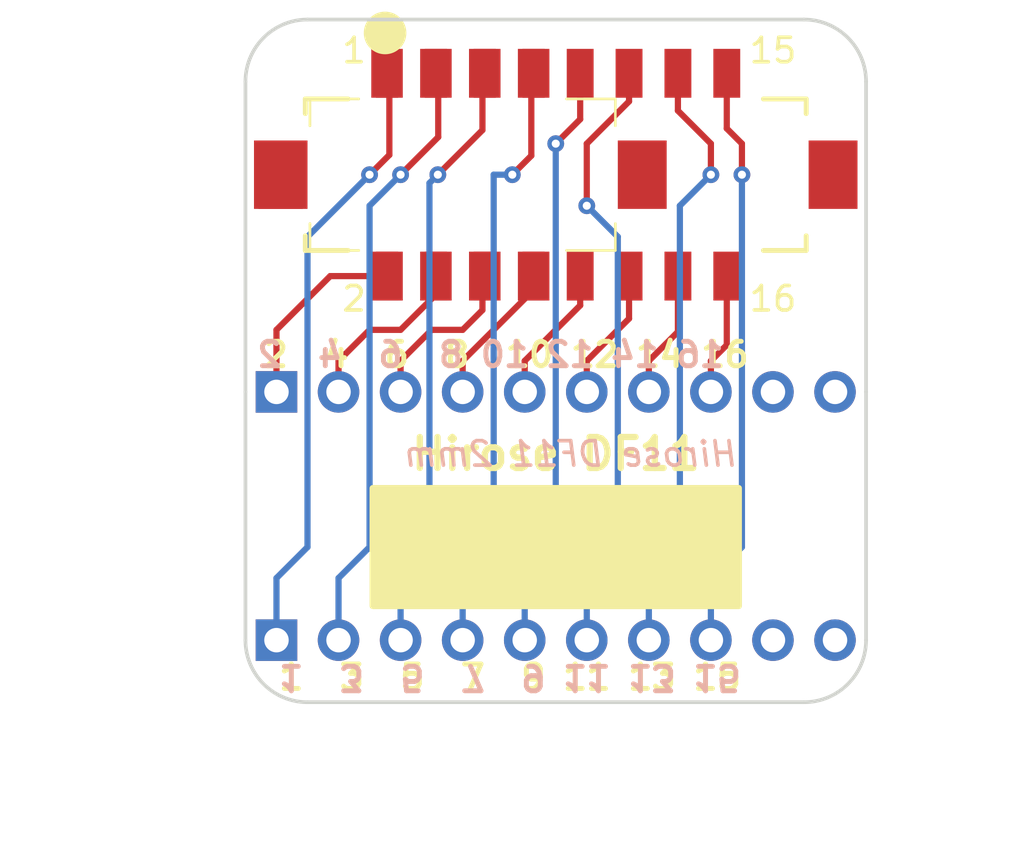
<source format=kicad_pcb>
(kicad_pcb (version 20171130) (host pcbnew "(5.1.12)-1")

  (general
    (thickness 1.6)
    (drawings 26)
    (tracks 85)
    (zones 0)
    (modules 4)
    (nets 21)
  )

  (page A4)
  (layers
    (0 F.Cu signal)
    (31 B.Cu signal)
    (32 B.Adhes user)
    (33 F.Adhes user)
    (34 B.Paste user)
    (35 F.Paste user)
    (36 B.SilkS user)
    (37 F.SilkS user)
    (38 B.Mask user)
    (39 F.Mask user)
    (40 Dwgs.User user)
    (41 Cmts.User user)
    (42 Eco1.User user)
    (43 Eco2.User user)
    (44 Edge.Cuts user)
    (45 Margin user)
    (46 B.CrtYd user)
    (47 F.CrtYd user)
    (48 B.Fab user)
    (49 F.Fab user)
  )

  (setup
    (last_trace_width 0.1524)
    (user_trace_width 0.1524)
    (user_trace_width 0.254)
    (user_trace_width 0.3048)
    (user_trace_width 0.4064)
    (trace_clearance 0.1524)
    (zone_clearance 0.508)
    (zone_45_only no)
    (trace_min 0.1524)
    (via_size 0.6858)
    (via_drill 0.3302)
    (via_min_size 0.508)
    (via_min_drill 0.254)
    (uvia_size 0.3)
    (uvia_drill 0.1)
    (uvias_allowed no)
    (uvia_min_size 0.2)
    (uvia_min_drill 0.1)
    (edge_width 0.15)
    (segment_width 0.1524)
    (pcb_text_width 0.3)
    (pcb_text_size 1.5 1.5)
    (mod_edge_width 0.25)
    (mod_text_size 1 1)
    (mod_text_width 0.15)
    (pad_size 1.524 1.524)
    (pad_drill 0.762)
    (pad_to_mask_clearance 0.0508)
    (solder_mask_min_width 0.1016)
    (aux_axis_origin 0 0)
    (visible_elements 7FFFFFFF)
    (pcbplotparams
      (layerselection 0x00030_80000001)
      (usegerberextensions false)
      (usegerberattributes true)
      (usegerberadvancedattributes true)
      (creategerberjobfile true)
      (excludeedgelayer true)
      (linewidth 0.100000)
      (plotframeref false)
      (viasonmask false)
      (mode 1)
      (useauxorigin false)
      (hpglpennumber 1)
      (hpglpenspeed 20)
      (hpglpendiameter 15.000000)
      (psnegative false)
      (psa4output false)
      (plotreference true)
      (plotvalue true)
      (plotinvisibletext false)
      (padsonsilk false)
      (subtractmaskfromsilk false)
      (outputformat 1)
      (mirror false)
      (drillshape 1)
      (scaleselection 1)
      (outputdirectory ""))
  )

  (net 0 "")
  (net 1 /A0)
  (net 2 /A1)
  (net 3 /A2)
  (net 4 /A3)
  (net 5 /D0)
  (net 6 /D1)
  (net 7 /D2)
  (net 8 /D3)
  (net 9 /D4)
  (net 10 /D5)
  (net 11 /D6)
  (net 12 /D7)
  (net 13 /D8)
  (net 14 /D9)
  (net 15 /D10)
  (net 16 /D13)
  (net 17 /D12)
  (net 18 /D11)
  (net 19 /A4)
  (net 20 /A5)

  (net_class Default "This is the default net class."
    (clearance 0.1524)
    (trace_width 0.1524)
    (via_dia 0.6858)
    (via_drill 0.3302)
    (uvia_dia 0.3)
    (uvia_drill 0.1)
    (add_net /A0)
    (add_net /A1)
    (add_net /A2)
    (add_net /A3)
    (add_net /A4)
    (add_net /A5)
    (add_net /D0)
    (add_net /D1)
    (add_net /D10)
    (add_net /D11)
    (add_net /D12)
    (add_net /D13)
    (add_net /D2)
    (add_net /D3)
    (add_net /D4)
    (add_net /D5)
    (add_net /D6)
    (add_net /D7)
    (add_net /D8)
    (add_net /D9)
  )

  (module Connector_PinHeader_2.54mm:PinHeader_1x10_P2.54mm_Vertical (layer F.Cu) (tedit 63331346) (tstamp 63646941)
    (at 101.6 120.65 90)
    (descr "Through hole straight pin header, 1x10, 2.54mm pitch, single row")
    (tags "Through hole pin header THT 1x10 2.54mm single row")
    (path /6333E140)
    (fp_text reference J3 (at 0 -2.33 90) (layer F.SilkS) hide
      (effects (font (size 1 1) (thickness 0.15)))
    )
    (fp_text value Conn_01x10_Male (at 0 25.19 90) (layer F.Fab)
      (effects (font (size 1 1) (thickness 0.15)))
    )
    (fp_line (start 1.8 -1.8) (end -1.8 -1.8) (layer F.CrtYd) (width 0.05))
    (fp_line (start 1.8 24.65) (end 1.8 -1.8) (layer F.CrtYd) (width 0.05))
    (fp_line (start -1.8 24.65) (end 1.8 24.65) (layer F.CrtYd) (width 0.05))
    (fp_line (start -1.8 -1.8) (end -1.8 24.65) (layer F.CrtYd) (width 0.05))
    (fp_line (start -1.27 -0.635) (end -0.635 -1.27) (layer F.Fab) (width 0.1))
    (fp_line (start -1.27 24.13) (end -1.27 -0.635) (layer F.Fab) (width 0.1))
    (fp_line (start 1.27 24.13) (end -1.27 24.13) (layer F.Fab) (width 0.1))
    (fp_line (start 1.27 -1.27) (end 1.27 24.13) (layer F.Fab) (width 0.1))
    (fp_line (start -0.635 -1.27) (end 1.27 -1.27) (layer F.Fab) (width 0.1))
    (fp_text user %R (at 0 11.43 180) (layer F.Fab)
      (effects (font (size 1 1) (thickness 0.15)))
    )
    (pad 1 thru_hole rect (at 0 0 90) (size 1.7 1.7) (drill 1) (layers *.Cu *.Mask)
      (net 20 /A5))
    (pad 2 thru_hole oval (at 0 2.54 90) (size 1.7 1.7) (drill 1) (layers *.Cu *.Mask)
      (net 19 /A4))
    (pad 3 thru_hole oval (at 0 5.08 90) (size 1.7 1.7) (drill 1) (layers *.Cu *.Mask)
      (net 4 /A3))
    (pad 4 thru_hole oval (at 0 7.62 90) (size 1.7 1.7) (drill 1) (layers *.Cu *.Mask)
      (net 3 /A2))
    (pad 5 thru_hole oval (at 0 10.16 90) (size 1.7 1.7) (drill 1) (layers *.Cu *.Mask)
      (net 2 /A1))
    (pad 6 thru_hole oval (at 0 12.7 90) (size 1.7 1.7) (drill 1) (layers *.Cu *.Mask)
      (net 1 /A0))
    (pad 7 thru_hole oval (at 0 15.24 90) (size 1.7 1.7) (drill 1) (layers *.Cu *.Mask)
      (net 15 /D10))
    (pad 8 thru_hole oval (at 0 17.78 90) (size 1.7 1.7) (drill 1) (layers *.Cu *.Mask)
      (net 18 /D11))
    (pad 9 thru_hole oval (at 0 20.32 90) (size 1.7 1.7) (drill 1) (layers *.Cu *.Mask)
      (net 17 /D12))
    (pad 10 thru_hole oval (at 0 22.86 90) (size 1.7 1.7) (drill 1) (layers *.Cu *.Mask)
      (net 16 /D13))
    (model ${KISYS3DMOD}/Connector_PinHeader_2.54mm.3dshapes/PinHeader_1x10_P2.54mm_Vertical.wrl
      (at (xyz 0 0 0))
      (scale (xyz 1 1 1))
      (rotate (xyz 0 0 0))
    )
  )

  (module Connector_PinHeader_2.54mm:PinHeader_1x10_P2.54mm_Vertical (layer F.Cu) (tedit 63331326) (tstamp 63334017)
    (at 101.6 130.81 90)
    (descr "Through hole straight pin header, 1x10, 2.54mm pitch, single row")
    (tags "Through hole pin header THT 1x10 2.54mm single row")
    (path /6333F148)
    (fp_text reference J4 (at 0 -2.33 90) (layer F.SilkS) hide
      (effects (font (size 1 1) (thickness 0.15)))
    )
    (fp_text value Conn_01x10_Male (at 0 25.19 90) (layer F.Fab)
      (effects (font (size 1 1) (thickness 0.15)))
    )
    (fp_line (start -0.635 -1.27) (end 1.27 -1.27) (layer F.Fab) (width 0.1))
    (fp_line (start 1.27 -1.27) (end 1.27 24.13) (layer F.Fab) (width 0.1))
    (fp_line (start 1.27 24.13) (end -1.27 24.13) (layer F.Fab) (width 0.1))
    (fp_line (start -1.27 24.13) (end -1.27 -0.635) (layer F.Fab) (width 0.1))
    (fp_line (start -1.27 -0.635) (end -0.635 -1.27) (layer F.Fab) (width 0.1))
    (fp_line (start -1.8 -1.8) (end -1.8 24.65) (layer F.CrtYd) (width 0.05))
    (fp_line (start -1.8 24.65) (end 1.8 24.65) (layer F.CrtYd) (width 0.05))
    (fp_line (start 1.8 24.65) (end 1.8 -1.8) (layer F.CrtYd) (width 0.05))
    (fp_line (start 1.8 -1.8) (end -1.8 -1.8) (layer F.CrtYd) (width 0.05))
    (fp_text user %R (at 0 11.43 180) (layer F.Fab)
      (effects (font (size 1 1) (thickness 0.15)))
    )
    (pad 10 thru_hole oval (at 0 22.86 90) (size 1.7 1.7) (drill 1) (layers *.Cu *.Mask)
      (net 14 /D9))
    (pad 9 thru_hole oval (at 0 20.32 90) (size 1.7 1.7) (drill 1) (layers *.Cu *.Mask)
      (net 13 /D8))
    (pad 8 thru_hole oval (at 0 17.78 90) (size 1.7 1.7) (drill 1) (layers *.Cu *.Mask)
      (net 12 /D7))
    (pad 7 thru_hole oval (at 0 15.24 90) (size 1.7 1.7) (drill 1) (layers *.Cu *.Mask)
      (net 11 /D6))
    (pad 6 thru_hole oval (at 0 12.7 90) (size 1.7 1.7) (drill 1) (layers *.Cu *.Mask)
      (net 10 /D5))
    (pad 5 thru_hole oval (at 0 10.16 90) (size 1.7 1.7) (drill 1) (layers *.Cu *.Mask)
      (net 9 /D4))
    (pad 4 thru_hole oval (at 0 7.62 90) (size 1.7 1.7) (drill 1) (layers *.Cu *.Mask)
      (net 8 /D3))
    (pad 3 thru_hole oval (at 0 5.08 90) (size 1.7 1.7) (drill 1) (layers *.Cu *.Mask)
      (net 7 /D2))
    (pad 2 thru_hole oval (at 0 2.54 90) (size 1.7 1.7) (drill 1) (layers *.Cu *.Mask)
      (net 6 /D1))
    (pad 1 thru_hole rect (at 0 0 90) (size 1.7 1.7) (drill 1) (layers *.Cu *.Mask)
      (net 5 /D0))
    (model ${KISYS3DMOD}/Connector_PinHeader_2.54mm.3dshapes/PinHeader_1x10_P2.54mm_Vertical.wrl
      (at (xyz 0 0 0))
      (scale (xyz 1 1 1))
      (rotate (xyz 0 0 0))
    )
  )

  (module footprints:DF11CZ16DP2V27 (layer F.Cu) (tedit 0) (tstamp 63646656)
    (at 113.03 111.76 180)
    (descr "DF11CZ-16DP-2V(27)-1")
    (tags Connector)
    (path /634B0293)
    (attr smd)
    (fp_text reference J1 (at 0 0) (layer F.SilkS) hide
      (effects (font (size 1.27 1.27) (thickness 0.254)))
    )
    (fp_text value "Hirose DF11" (at 0 0) (layer F.SilkS) hide
      (effects (font (size 1.27 1.27) (thickness 0.254)))
    )
    (fp_line (start 10.25 -3.1) (end -10.25 -3.1) (layer F.Fab) (width 0.1))
    (fp_line (start -10.25 -3.1) (end -10.25 3.1) (layer F.Fab) (width 0.1))
    (fp_line (start -10.25 3.1) (end 10.25 3.1) (layer F.Fab) (width 0.1))
    (fp_line (start 10.25 3.1) (end 10.25 -3.1) (layer F.Fab) (width 0.1))
    (fp_line (start -13.35 -6.15) (end 13.35 -6.15) (layer F.CrtYd) (width 0.1))
    (fp_line (start 13.35 -6.15) (end 13.35 6.15) (layer F.CrtYd) (width 0.1))
    (fp_line (start 13.35 6.15) (end -13.35 6.15) (layer F.CrtYd) (width 0.1))
    (fp_line (start -13.35 6.15) (end -13.35 -6.15) (layer F.CrtYd) (width 0.1))
    (fp_line (start 7 5.6) (end 7 5.6) (layer F.SilkS) (width 0.2))
    (fp_line (start 7 5.8) (end 7 5.8) (layer F.SilkS) (width 0.2))
    (fp_line (start 8.5 -3.1) (end 10.25 -3.1) (layer F.SilkS) (width 0.2))
    (fp_line (start 10.25 -3.1) (end 10.25 -2.5) (layer F.SilkS) (width 0.2))
    (fp_line (start 8.5 3.1) (end 10.25 3.1) (layer F.SilkS) (width 0.2))
    (fp_line (start 10.25 3.1) (end 10.25 2.5) (layer F.SilkS) (width 0.2))
    (fp_line (start -8.5 3.1) (end -10.25 3.1) (layer F.SilkS) (width 0.2))
    (fp_line (start -10.25 3.1) (end -10.25 2.5) (layer F.SilkS) (width 0.2))
    (fp_line (start -8.5 -3.1) (end -10.25 -3.1) (layer F.SilkS) (width 0.2))
    (fp_line (start -10.25 -3.1) (end -10.25 -2.5) (layer F.SilkS) (width 0.2))
    (fp_text user %R (at 0 0) (layer F.Fab)
      (effects (font (size 1.27 1.27) (thickness 0.254)))
    )
    (fp_arc (start 7 5.7) (end 7 5.6) (angle -180) (layer F.SilkS) (width 0.2))
    (fp_arc (start 7 5.7) (end 7 5.8) (angle -180) (layer F.SilkS) (width 0.2))
    (pad 1 smd rect (at 7 4.15 180) (size 1.1 2) (layers F.Cu F.Paste F.Mask)
      (net 5 /D0))
    (pad 2 smd rect (at 7 -4.15 180) (size 1.1 2) (layers F.Cu F.Paste F.Mask)
      (net 20 /A5))
    (pad 3 smd rect (at 5 4.15 180) (size 1.1 2) (layers F.Cu F.Paste F.Mask)
      (net 6 /D1))
    (pad 4 smd rect (at 5 -4.15 180) (size 1.1 2) (layers F.Cu F.Paste F.Mask)
      (net 19 /A4))
    (pad 5 smd rect (at 3 4.15 180) (size 1.1 2) (layers F.Cu F.Paste F.Mask)
      (net 7 /D2))
    (pad 6 smd rect (at 3 -4.15 180) (size 1.1 2) (layers F.Cu F.Paste F.Mask)
      (net 4 /A3))
    (pad 7 smd rect (at 1 4.15 180) (size 1.1 2) (layers F.Cu F.Paste F.Mask)
      (net 8 /D3))
    (pad 8 smd rect (at 1 -4.15 180) (size 1.1 2) (layers F.Cu F.Paste F.Mask)
      (net 3 /A2))
    (pad 9 smd rect (at -1 4.15 180) (size 1.1 2) (layers F.Cu F.Paste F.Mask)
      (net 9 /D4))
    (pad 10 smd rect (at -1 -4.15 180) (size 1.1 2) (layers F.Cu F.Paste F.Mask)
      (net 2 /A1))
    (pad 11 smd rect (at -3 4.15 180) (size 1.1 2) (layers F.Cu F.Paste F.Mask)
      (net 10 /D5))
    (pad 12 smd rect (at -3 -4.15 180) (size 1.1 2) (layers F.Cu F.Paste F.Mask)
      (net 1 /A0))
    (pad 13 smd rect (at -5 4.15 180) (size 1.1 2) (layers F.Cu F.Paste F.Mask)
      (net 11 /D6))
    (pad 14 smd rect (at -5 -4.15 180) (size 1.1 2) (layers F.Cu F.Paste F.Mask)
      (net 15 /D10))
    (pad 15 smd rect (at -7 4.15 180) (size 1.1 2) (layers F.Cu F.Paste F.Mask)
      (net 12 /D7))
    (pad 16 smd rect (at -7 -4.15 180) (size 1.1 2) (layers F.Cu F.Paste F.Mask)
      (net 18 /D11))
    (pad MP1 smd rect (at 11.35 0 180) (size 2 2.8) (layers F.Cu F.Paste F.Mask))
    (pad MP2 smd rect (at -11.35 0 180) (size 2 2.8) (layers F.Cu F.Paste F.Mask))
  )

  (module footprints:DF11C8DP2V57 (layer F.Cu) (tedit 0) (tstamp 63646693)
    (at 109.22 111.76 180)
    (descr "DF11C-8DP-2V(57)-1")
    (tags Connector)
    (path /63814688)
    (attr smd)
    (fp_text reference J2 (at 0 0.475) (layer F.SilkS) hide
      (effects (font (size 1.27 1.27) (thickness 0.254)))
    )
    (fp_text value "Hirose DF11" (at -3.81 -11.43) (layer F.SilkS)
      (effects (font (size 1.27 1.27) (thickness 0.254)))
    )
    (fp_line (start -6.25 3.1) (end 6.25 3.1) (layer F.Fab) (width 0.2))
    (fp_line (start 6.25 3.1) (end 6.25 -3.1) (layer F.Fab) (width 0.2))
    (fp_line (start 6.25 -3.1) (end -6.25 -3.1) (layer F.Fab) (width 0.2))
    (fp_line (start -6.25 -3.1) (end -6.25 3.1) (layer F.Fab) (width 0.2))
    (fp_line (start -4.25 -3.1) (end -6.25 -3.1) (layer F.SilkS) (width 0.1))
    (fp_line (start -6.25 -3.1) (end -6.25 -3.1) (layer F.SilkS) (width 0.1))
    (fp_line (start -6.25 -3.1) (end -4.25 -3.1) (layer F.SilkS) (width 0.1))
    (fp_line (start -4.25 -3.1) (end -4.25 -3.1) (layer F.SilkS) (width 0.1))
    (fp_line (start -6.25 -3.1) (end -6.25 -3.1) (layer F.SilkS) (width 0.1))
    (fp_line (start -6.25 -3.1) (end -6.25 -2) (layer F.SilkS) (width 0.1))
    (fp_line (start -6.25 -2) (end -6.25 -2) (layer F.SilkS) (width 0.1))
    (fp_line (start -6.25 -2) (end -6.25 -3.1) (layer F.SilkS) (width 0.1))
    (fp_line (start -6.25 2) (end -6.25 2) (layer F.SilkS) (width 0.1))
    (fp_line (start -6.25 2) (end -6.25 3.1) (layer F.SilkS) (width 0.1))
    (fp_line (start -6.25 3.1) (end -6.25 3.1) (layer F.SilkS) (width 0.1))
    (fp_line (start -6.25 3.1) (end -6.25 2) (layer F.SilkS) (width 0.1))
    (fp_line (start -6.25 3.1) (end -4.25 3.1) (layer F.SilkS) (width 0.1))
    (fp_line (start -4.25 3.1) (end -4.25 3.1) (layer F.SilkS) (width 0.1))
    (fp_line (start -4.25 3.1) (end -6.25 3.1) (layer F.SilkS) (width 0.1))
    (fp_line (start -6.25 3.1) (end -6.25 3.1) (layer F.SilkS) (width 0.1))
    (fp_line (start 4.25 3.1) (end 6.25 3.1) (layer F.SilkS) (width 0.1))
    (fp_line (start 6.25 3.1) (end 6.25 3.1) (layer F.SilkS) (width 0.1))
    (fp_line (start 6.25 3.1) (end 4.25 3.1) (layer F.SilkS) (width 0.1))
    (fp_line (start 4.25 3.1) (end 4.25 3.1) (layer F.SilkS) (width 0.1))
    (fp_line (start 6.25 3.1) (end 6.25 3.1) (layer F.SilkS) (width 0.1))
    (fp_line (start 6.25 3.1) (end 6.25 2) (layer F.SilkS) (width 0.1))
    (fp_line (start 6.25 2) (end 6.25 2) (layer F.SilkS) (width 0.1))
    (fp_line (start 6.25 2) (end 6.25 3.1) (layer F.SilkS) (width 0.1))
    (fp_line (start 6.25 -2) (end 6.25 -2) (layer F.SilkS) (width 0.1))
    (fp_line (start 6.25 -2) (end 6.25 -3.1) (layer F.SilkS) (width 0.1))
    (fp_line (start 6.25 -3.1) (end 6.25 -3.1) (layer F.SilkS) (width 0.1))
    (fp_line (start 6.25 -3.1) (end 6.25 -2) (layer F.SilkS) (width 0.1))
    (fp_line (start 6.25 -3.1) (end 4.25 -3.1) (layer F.SilkS) (width 0.1))
    (fp_line (start 4.25 -3.1) (end 4.25 -3.1) (layer F.SilkS) (width 0.1))
    (fp_line (start 4.25 -3.1) (end 6.25 -3.1) (layer F.SilkS) (width 0.1))
    (fp_line (start 6.25 -3.1) (end 6.25 -3.1) (layer F.SilkS) (width 0.1))
    (fp_line (start -9.35 -6.15) (end 9.35 -6.15) (layer F.CrtYd) (width 0.1))
    (fp_line (start 9.35 -6.15) (end 9.35 7.1) (layer F.CrtYd) (width 0.1))
    (fp_line (start 9.35 7.1) (end -9.35 7.1) (layer F.CrtYd) (width 0.1))
    (fp_line (start -9.35 7.1) (end -9.35 -6.15) (layer F.CrtYd) (width 0.1))
    (fp_line (start 3 6.1) (end 3 6.1) (layer F.SilkS) (width 0.2))
    (fp_line (start 3 6) (end 3 6) (layer F.SilkS) (width 0.2))
    (fp_line (start 3 6.1) (end 3 6.1) (layer F.SilkS) (width 0.2))
    (fp_text user %R (at 0 0.475) (layer F.Fab)
      (effects (font (size 1.27 1.27) (thickness 0.254)))
    )
    (fp_arc (start 3 6.05) (end 3 6.1) (angle -180) (layer F.SilkS) (width 0.2))
    (fp_arc (start 3 6.05) (end 3 6) (angle -180) (layer F.SilkS) (width 0.2))
    (fp_arc (start 3 6.05) (end 3 6.1) (angle -180) (layer F.SilkS) (width 0.2))
    (pad 1 smd rect (at 3 4.15 180) (size 1.1 2) (layers F.Cu F.Paste F.Mask)
      (net 5 /D0))
    (pad 2 smd rect (at 3 -4.15 180) (size 1.1 2) (layers F.Cu F.Paste F.Mask)
      (net 20 /A5))
    (pad 3 smd rect (at 1 4.15 180) (size 1.1 2) (layers F.Cu F.Paste F.Mask)
      (net 6 /D1))
    (pad 4 smd rect (at 1 -4.15 180) (size 1.1 2) (layers F.Cu F.Paste F.Mask)
      (net 19 /A4))
    (pad 5 smd rect (at -1 4.15 180) (size 1.1 2) (layers F.Cu F.Paste F.Mask)
      (net 7 /D2))
    (pad 6 smd rect (at -1 -4.15 180) (size 1.1 2) (layers F.Cu F.Paste F.Mask)
      (net 4 /A3))
    (pad 7 smd rect (at -3 4.15 180) (size 1.1 2) (layers F.Cu F.Paste F.Mask)
      (net 8 /D3))
    (pad 8 smd rect (at -3 -4.15 180) (size 1.1 2) (layers F.Cu F.Paste F.Mask)
      (net 3 /A2))
    (pad MP1 smd rect (at 7.35 0 180) (size 2 2.8) (layers F.Cu F.Paste F.Mask))
    (pad MP2 smd rect (at -7.35 0 180) (size 2 2.8) (layers F.Cu F.Paste F.Mask))
  )

  (gr_circle (center 106.045 105.958687) (end 106.167065 105.958687) (layer F.SilkS) (width 0.75) (tstamp 63652AF6))
  (gr_text 16 (at 121.92 116.84) (layer F.SilkS)
    (effects (font (size 1 1) (thickness 0.15)))
  )
  (gr_text 2 (at 104.775 116.84) (layer F.SilkS)
    (effects (font (size 1 1) (thickness 0.15)))
  )
  (gr_text 15 (at 121.92 106.68) (layer F.SilkS)
    (effects (font (size 1 1) (thickness 0.15)))
  )
  (gr_text 1 (at 104.775 106.68) (layer F.SilkS)
    (effects (font (size 1 1) (thickness 0.15)))
  )
  (gr_circle (center 106.045 106.045) (end 106.03 105.96) (layer F.SilkS) (width 0.25))
  (gr_line (start 125.73 107.95) (end 125.73 120.65) (layer Edge.Cuts) (width 0.15) (tstamp 63646C1D))
  (gr_line (start 100.33 107.95) (end 100.33 120.65) (layer Edge.Cuts) (width 0.15) (tstamp 63646C1C))
  (gr_text "16 14 12 10 8  6  4  2" (at 120.015 119.126) (layer B.SilkS)
    (effects (font (size 1 1) (thickness 0.2)) (justify left mirror))
  )
  (gr_text "1  3  5  7  9 11 13 15" (at 101.6 132.334 180) (layer B.SilkS)
    (effects (font (size 1 1) (thickness 0.2)) (justify left mirror))
  )
  (dimension 10.16 (width 0.15) (layer Dwgs.User)
    (gr_text "0.4000 in" (at 130.84 125.73 270) (layer Dwgs.User)
      (effects (font (size 1 1) (thickness 0.15)))
    )
    (feature1 (pts (xy 124.46 130.81) (xy 130.126421 130.81)))
    (feature2 (pts (xy 124.46 120.65) (xy 130.126421 120.65)))
    (crossbar (pts (xy 129.54 120.65) (xy 129.54 130.81)))
    (arrow1a (pts (xy 129.54 130.81) (xy 128.953579 129.683496)))
    (arrow1b (pts (xy 129.54 130.81) (xy 130.126421 129.683496)))
    (arrow2a (pts (xy 129.54 120.65) (xy 128.953579 121.776504)))
    (arrow2b (pts (xy 129.54 120.65) (xy 130.126421 121.776504)))
  )
  (dimension 25.4 (width 0.15) (layer Dwgs.User)
    (gr_text "1.0000 in" (at 113.03 139.73) (layer Dwgs.User)
      (effects (font (size 1 1) (thickness 0.15)))
    )
    (feature1 (pts (xy 125.73 130.81) (xy 125.73 139.016421)))
    (feature2 (pts (xy 100.33 130.81) (xy 100.33 139.016421)))
    (crossbar (pts (xy 100.33 138.43) (xy 125.73 138.43)))
    (arrow1a (pts (xy 125.73 138.43) (xy 124.603496 139.016421)))
    (arrow1b (pts (xy 125.73 138.43) (xy 124.603496 137.843579)))
    (arrow2a (pts (xy 100.33 138.43) (xy 101.456504 139.016421)))
    (arrow2b (pts (xy 100.33 138.43) (xy 101.456504 137.843579)))
  )
  (dimension 15.24 (width 0.15) (layer Dwgs.User)
    (gr_text "0.6000 in" (at 93.95 125.73 90) (layer Dwgs.User)
      (effects (font (size 1 1) (thickness 0.15)))
    )
    (feature1 (pts (xy 102.87 118.11) (xy 94.663579 118.11)))
    (feature2 (pts (xy 102.87 133.35) (xy 94.663579 133.35)))
    (crossbar (pts (xy 95.25 133.35) (xy 95.25 118.11)))
    (arrow1a (pts (xy 95.25 118.11) (xy 95.836421 119.236504)))
    (arrow1b (pts (xy 95.25 118.11) (xy 94.663579 119.236504)))
    (arrow2a (pts (xy 95.25 133.35) (xy 95.836421 132.223496)))
    (arrow2b (pts (xy 95.25 133.35) (xy 94.663579 132.223496)))
  )
  (gr_line (start 100.33 120.65) (end 100.33 130.81) (layer Edge.Cuts) (width 0.15) (tstamp 63334D48))
  (gr_line (start 123.19 105.41) (end 102.87 105.41) (layer Edge.Cuts) (width 0.15) (tstamp 63334D47))
  (gr_line (start 125.73 130.81) (end 125.73 120.65) (layer Edge.Cuts) (width 0.15) (tstamp 63334D46))
  (gr_line (start 102.87 133.35) (end 123.19 133.35) (layer Edge.Cuts) (width 0.15) (tstamp 63334D45))
  (gr_text "Hirose DF11 2mm" (at 113.665 123.19) (layer B.SilkS)
    (effects (font (size 1 1) (thickness 0.15) italic) (justify mirror))
  )
  (gr_text "2  4  6  8  10 12 14 16" (at 100.965 119.126) (layer F.SilkS) (tstamp 63334871)
    (effects (font (size 1 1) (thickness 0.2)) (justify left))
  )
  (gr_text "1  3  5  7  9 11 13 15" (at 101.6 132.334) (layer F.SilkS) (tstamp 63335405)
    (effects (font (size 1 1) (thickness 0.2)) (justify left))
  )
  (gr_line (start 128.27 125.73) (end 97.79 125.73) (layer Dwgs.User) (width 0.15) (tstamp 6348FBDE))
  (gr_line (start 113.03 115.57) (end 113.03 137.16) (layer Dwgs.User) (width 0.15))
  (gr_arc (start 102.87 130.81) (end 100.33 130.81) (angle -90) (layer Edge.Cuts) (width 0.15))
  (gr_arc (start 123.19 130.81) (end 123.19 133.35) (angle -90) (layer Edge.Cuts) (width 0.15))
  (gr_arc (start 123.19 107.95) (end 125.73 107.95) (angle -90) (layer Edge.Cuts) (width 0.15))
  (gr_arc (start 102.87 107.95) (end 102.87 105.41) (angle -90) (layer Edge.Cuts) (width 0.15))

  (segment (start 116.03 115.91) (end 116.03 117.65) (width 0.254) (layer F.Cu) (net 1))
  (segment (start 114.3 119.38) (end 114.3 120.65) (width 0.254) (layer F.Cu) (net 1))
  (segment (start 116.03 117.65) (end 114.3 119.38) (width 0.254) (layer F.Cu) (net 1))
  (segment (start 114.03 115.91) (end 114.03 117.11) (width 0.254) (layer F.Cu) (net 2))
  (segment (start 111.76 119.38) (end 111.76 120.65) (width 0.254) (layer F.Cu) (net 2))
  (segment (start 114.03 117.11) (end 111.76 119.38) (width 0.254) (layer F.Cu) (net 2))
  (segment (start 109.22 119.38) (end 109.22 120.65) (width 0.254) (layer F.Cu) (net 3))
  (segment (start 112.03 116.57) (end 109.22 119.38) (width 0.254) (layer F.Cu) (net 3))
  (segment (start 112.03 115.91) (end 112.03 116.57) (width 0.254) (layer F.Cu) (net 3))
  (segment (start 110.03 115.91) (end 110.03 117.3) (width 0.254) (layer F.Cu) (net 4))
  (segment (start 110.03 117.3) (end 109.22 118.11) (width 0.254) (layer F.Cu) (net 4))
  (segment (start 109.22 118.11) (end 107.95 118.11) (width 0.254) (layer F.Cu) (net 4))
  (segment (start 106.68 119.38) (end 106.68 120.65) (width 0.254) (layer F.Cu) (net 4))
  (segment (start 107.95 118.11) (end 106.68 119.38) (width 0.254) (layer F.Cu) (net 4))
  (segment (start 106.22 110.95) (end 105.41 111.76) (width 0.254) (layer F.Cu) (net 5))
  (via (at 105.41 111.76) (size 0.6858) (drill 0.3302) (layers F.Cu B.Cu) (net 5))
  (segment (start 106.22 107.61) (end 106.22 110.95) (width 0.254) (layer F.Cu) (net 5))
  (segment (start 105.41 111.76) (end 102.87 114.3) (width 0.254) (layer B.Cu) (net 5))
  (segment (start 102.87 114.3) (end 102.87 127) (width 0.254) (layer B.Cu) (net 5))
  (segment (start 101.6 128.27) (end 101.6 130.81) (width 0.254) (layer B.Cu) (net 5))
  (segment (start 102.87 127) (end 101.6 128.27) (width 0.254) (layer B.Cu) (net 5))
  (via (at 106.68 111.76) (size 0.6858) (drill 0.3302) (layers F.Cu B.Cu) (net 6))
  (segment (start 108.22 110.22) (end 106.68 111.76) (width 0.254) (layer F.Cu) (net 6))
  (segment (start 108.22 107.61) (end 108.22 110.22) (width 0.254) (layer F.Cu) (net 6))
  (segment (start 106.68 111.76) (end 105.41 113.03) (width 0.254) (layer B.Cu) (net 6))
  (segment (start 105.41 113.03) (end 105.41 127) (width 0.254) (layer B.Cu) (net 6))
  (segment (start 104.14 128.27) (end 104.14 130.81) (width 0.254) (layer B.Cu) (net 6))
  (segment (start 105.41 127) (end 104.14 128.27) (width 0.254) (layer B.Cu) (net 6))
  (segment (start 110.03 107.61) (end 110.03 109.934) (width 0.254) (layer F.Cu) (net 7))
  (via (at 108.204 111.76) (size 0.6858) (drill 0.3302) (layers F.Cu B.Cu) (net 7))
  (segment (start 110.03 109.934) (end 108.204 111.76) (width 0.254) (layer F.Cu) (net 7))
  (segment (start 107.861101 112.102899) (end 107.861101 127.342899) (width 0.254) (layer B.Cu) (net 7))
  (segment (start 108.204 111.76) (end 107.861101 112.102899) (width 0.254) (layer B.Cu) (net 7))
  (segment (start 106.68 128.524) (end 106.68 130.81) (width 0.254) (layer B.Cu) (net 7))
  (segment (start 107.861101 127.342899) (end 106.68 128.524) (width 0.254) (layer B.Cu) (net 7))
  (segment (start 112.03 107.61) (end 112.03 110.982) (width 0.254) (layer F.Cu) (net 8))
  (via (at 111.252 111.76) (size 0.6858) (drill 0.3302) (layers F.Cu B.Cu) (net 8))
  (segment (start 112.03 110.982) (end 111.252 111.76) (width 0.254) (layer F.Cu) (net 8))
  (segment (start 109.22 128.27) (end 109.22 130.81) (width 0.254) (layer B.Cu) (net 8))
  (segment (start 110.49 127) (end 109.22 128.27) (width 0.254) (layer B.Cu) (net 8))
  (segment (start 110.49 111.76) (end 110.49 127) (width 0.254) (layer B.Cu) (net 8))
  (segment (start 111.252 111.76) (end 110.49 111.76) (width 0.254) (layer B.Cu) (net 8))
  (segment (start 114.03 107.61) (end 114.03 109.49) (width 0.254) (layer F.Cu) (net 9))
  (via (at 113.03 110.49) (size 0.6858) (drill 0.3302) (layers F.Cu B.Cu) (net 9))
  (segment (start 114.03 109.49) (end 113.03 110.49) (width 0.254) (layer F.Cu) (net 9))
  (segment (start 111.76 128.27) (end 111.76 130.81) (width 0.254) (layer B.Cu) (net 9))
  (segment (start 113.03 127) (end 111.76 128.27) (width 0.254) (layer B.Cu) (net 9))
  (segment (start 113.03 110.49) (end 113.03 127) (width 0.254) (layer B.Cu) (net 9))
  (segment (start 116.03 107.61) (end 116.03 108.76) (width 0.254) (layer F.Cu) (net 10))
  (via (at 114.3 113.03) (size 0.6858) (drill 0.3302) (layers F.Cu B.Cu) (net 10))
  (segment (start 114.3 110.49) (end 114.3 113.03) (width 0.254) (layer F.Cu) (net 10))
  (segment (start 116.03 108.76) (end 114.3 110.49) (width 0.254) (layer F.Cu) (net 10))
  (segment (start 114.3 128.27) (end 114.3 130.81) (width 0.254) (layer B.Cu) (net 10))
  (segment (start 115.57 127) (end 114.3 128.27) (width 0.254) (layer B.Cu) (net 10))
  (segment (start 115.57 114.3) (end 115.57 127) (width 0.254) (layer B.Cu) (net 10))
  (segment (start 114.3 113.03) (end 115.57 114.3) (width 0.254) (layer B.Cu) (net 10))
  (segment (start 118.03 107.61) (end 118.03 109.14) (width 0.254) (layer F.Cu) (net 11))
  (via (at 119.38 111.76) (size 0.6858) (drill 0.3302) (layers F.Cu B.Cu) (net 11))
  (segment (start 119.38 110.49) (end 119.38 111.76) (width 0.254) (layer F.Cu) (net 11))
  (segment (start 118.03 109.14) (end 119.38 110.49) (width 0.254) (layer F.Cu) (net 11))
  (segment (start 119.38 111.76) (end 118.11 113.03) (width 0.254) (layer B.Cu) (net 11))
  (segment (start 118.11 113.03) (end 118.11 127) (width 0.254) (layer B.Cu) (net 11))
  (segment (start 116.84 128.27) (end 116.84 130.81) (width 0.254) (layer B.Cu) (net 11))
  (segment (start 118.11 127) (end 116.84 128.27) (width 0.254) (layer B.Cu) (net 11))
  (segment (start 120.03 107.61) (end 120.03 109.87) (width 0.254) (layer F.Cu) (net 12))
  (via (at 120.65 111.76) (size 0.6858) (drill 0.3302) (layers F.Cu B.Cu) (net 12))
  (segment (start 120.65 110.49) (end 120.65 111.76) (width 0.254) (layer F.Cu) (net 12))
  (segment (start 120.03 109.87) (end 120.65 110.49) (width 0.254) (layer F.Cu) (net 12))
  (segment (start 120.65 111.76) (end 120.65 127) (width 0.254) (layer B.Cu) (net 12))
  (segment (start 119.38 128.27) (end 119.38 130.81) (width 0.254) (layer B.Cu) (net 12))
  (segment (start 120.65 127) (end 119.38 128.27) (width 0.254) (layer B.Cu) (net 12))
  (segment (start 118.03 115.91) (end 118.03 118.19) (width 0.254) (layer F.Cu) (net 15))
  (segment (start 116.84 119.38) (end 116.84 120.65) (width 0.254) (layer F.Cu) (net 15))
  (segment (start 118.03 118.19) (end 116.84 119.38) (width 0.254) (layer F.Cu) (net 15))
  (segment (start 120.03 115.91) (end 120.03 118.73) (width 0.254) (layer F.Cu) (net 18))
  (segment (start 119.38 119.38) (end 119.38 120.65) (width 0.254) (layer F.Cu) (net 18))
  (segment (start 120.03 118.73) (end 119.38 119.38) (width 0.254) (layer F.Cu) (net 18))
  (segment (start 108.22 115.91) (end 108.22 116.57) (width 0.254) (layer F.Cu) (net 19))
  (segment (start 108.22 116.57) (end 106.68 118.11) (width 0.254) (layer F.Cu) (net 19))
  (segment (start 106.68 118.11) (end 105.41 118.11) (width 0.254) (layer F.Cu) (net 19))
  (segment (start 104.14 119.38) (end 104.14 120.65) (width 0.254) (layer F.Cu) (net 19))
  (segment (start 105.41 118.11) (end 104.14 119.38) (width 0.254) (layer F.Cu) (net 19))
  (segment (start 106.03 115.91) (end 103.8 115.91) (width 0.254) (layer F.Cu) (net 20))
  (segment (start 101.6 118.11) (end 101.6 120.65) (width 0.254) (layer F.Cu) (net 20))
  (segment (start 103.8 115.91) (end 101.6 118.11) (width 0.254) (layer F.Cu) (net 20))

  (zone (net 0) (net_name "") (layer F.SilkS) (tstamp 0) (hatch edge 0.508)
    (connect_pads (clearance 0.508))
    (min_thickness 0.254)
    (fill yes (arc_segments 32) (thermal_gap 0.508) (thermal_bridge_width 0.508))
    (polygon
      (pts
        (xy 120.65 129.54) (xy 105.41 129.54) (xy 105.41 124.46) (xy 120.65 124.46)
      )
    )
    (filled_polygon
      (pts
        (xy 120.523 129.413) (xy 105.537 129.413) (xy 105.537 124.587) (xy 120.523 124.587)
      )
    )
  )
)

</source>
